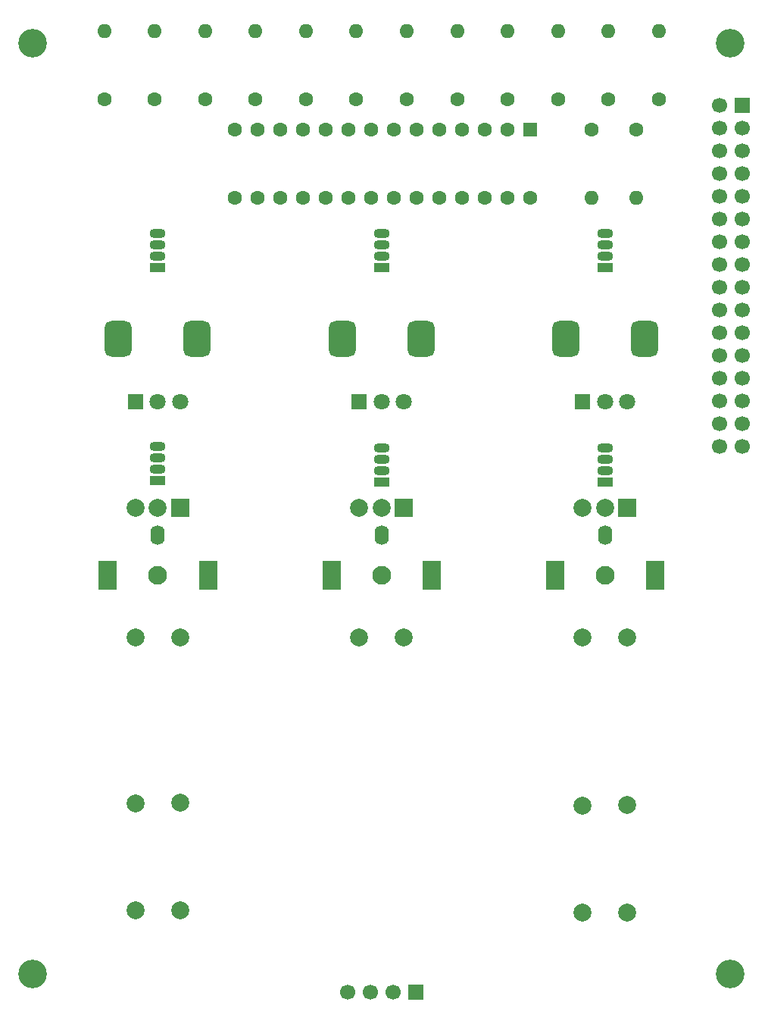
<source format=gbr>
%TF.GenerationSoftware,KiCad,Pcbnew,9.0.2*%
%TF.CreationDate,2025-06-25T22:06:56+02:00*%
%TF.ProjectId,devkit,6465766b-6974-42e6-9b69-6361645f7063,rev?*%
%TF.SameCoordinates,Original*%
%TF.FileFunction,Soldermask,Bot*%
%TF.FilePolarity,Negative*%
%FSLAX46Y46*%
G04 Gerber Fmt 4.6, Leading zero omitted, Abs format (unit mm)*
G04 Created by KiCad (PCBNEW 9.0.2) date 2025-06-25 22:06:56*
%MOMM*%
%LPD*%
G01*
G04 APERTURE LIST*
G04 Aperture macros list*
%AMRoundRect*
0 Rectangle with rounded corners*
0 $1 Rounding radius*
0 $2 $3 $4 $5 $6 $7 $8 $9 X,Y pos of 4 corners*
0 Add a 4 corners polygon primitive as box body*
4,1,4,$2,$3,$4,$5,$6,$7,$8,$9,$2,$3,0*
0 Add four circle primitives for the rounded corners*
1,1,$1+$1,$2,$3*
1,1,$1+$1,$4,$5*
1,1,$1+$1,$6,$7*
1,1,$1+$1,$8,$9*
0 Add four rect primitives between the rounded corners*
20,1,$1+$1,$2,$3,$4,$5,0*
20,1,$1+$1,$4,$5,$6,$7,0*
20,1,$1+$1,$6,$7,$8,$9,0*
20,1,$1+$1,$8,$9,$2,$3,0*%
G04 Aperture macros list end*
%ADD10C,1.600000*%
%ADD11RoundRect,0.250000X-0.550000X0.550000X-0.550000X-0.550000X0.550000X-0.550000X0.550000X0.550000X0*%
%ADD12C,2.000000*%
%ADD13O,1.600000X1.600000*%
%ADD14R,1.800000X1.800000*%
%ADD15C,1.800000*%
%ADD16RoundRect,0.750000X0.750000X-1.250000X0.750000X1.250000X-0.750000X1.250000X-0.750000X-1.250000X0*%
%ADD17C,3.200000*%
%ADD18R,1.700000X1.700000*%
%ADD19C,1.700000*%
%ADD20R,1.800000X1.070000*%
%ADD21O,1.800000X1.070000*%
%ADD22O,1.600000X2.200000*%
%ADD23C,2.100000*%
%ADD24R,2.000000X2.000000*%
%ADD25R,2.000000X3.200000*%
G04 APERTURE END LIST*
D10*
%TO.C,U1*%
X199620000Y-41315000D03*
X197080000Y-41315000D03*
X194540000Y-41315000D03*
X192000000Y-41315000D03*
X189460000Y-41315000D03*
X186920000Y-41315000D03*
X184380000Y-41315000D03*
X181840000Y-41315000D03*
X179300000Y-41315000D03*
X176760000Y-41315000D03*
X174220000Y-41315000D03*
X171680000Y-41315000D03*
X169140000Y-41315000D03*
X166600000Y-41315000D03*
X166600000Y-33695000D03*
X169140000Y-33695000D03*
X171680000Y-33695000D03*
X174220000Y-33695000D03*
X176760000Y-33695000D03*
X179300000Y-33695000D03*
X181840000Y-33695000D03*
X184380000Y-33695000D03*
X186920000Y-33695000D03*
X189460000Y-33695000D03*
X192000000Y-33695000D03*
X194540000Y-33695000D03*
X197080000Y-33695000D03*
D11*
X199620000Y-33695000D03*
%TD*%
D12*
%TO.C,SW5*%
X155500000Y-120900000D03*
X160500000Y-120850000D03*
%TD*%
D10*
%TO.C,R3*%
X163272700Y-30315000D03*
D13*
X163272700Y-22695000D03*
%TD*%
D10*
%TO.C,R11*%
X208363600Y-30315000D03*
D13*
X208363600Y-22695000D03*
%TD*%
D12*
%TO.C,SW7*%
X210500000Y-121100000D03*
X205500000Y-121150000D03*
%TD*%
D14*
%TO.C,RV2*%
X180500000Y-64050000D03*
D15*
X183000000Y-64050000D03*
X185500000Y-64050000D03*
D16*
X178600000Y-57050000D03*
X187400000Y-57050000D03*
%TD*%
D10*
%TO.C,R7*%
X185818200Y-30315000D03*
D13*
X185818200Y-22695000D03*
%TD*%
D10*
%TO.C,R13*%
X211500000Y-33690000D03*
D13*
X211500000Y-41310000D03*
%TD*%
D10*
%TO.C,R1*%
X152000000Y-30315000D03*
D13*
X152000000Y-22695000D03*
%TD*%
D10*
%TO.C,R10*%
X202727300Y-30315000D03*
D13*
X202727300Y-22695000D03*
%TD*%
D17*
%TO.C,H3*%
X144000000Y-128000000D03*
%TD*%
D12*
%TO.C,SW4*%
X155500000Y-108900000D03*
X160500000Y-108850000D03*
%TD*%
D18*
%TO.C,J3*%
X223290000Y-30950000D03*
D19*
X220750000Y-30950000D03*
X223290000Y-33490000D03*
X220750000Y-33490000D03*
X223290000Y-36030000D03*
X220750000Y-36030000D03*
X223290000Y-38570000D03*
X220750000Y-38570000D03*
X223290000Y-41110000D03*
X220750000Y-41110000D03*
X223290000Y-43650000D03*
X220750000Y-43650000D03*
X223290000Y-46190000D03*
X220750000Y-46190000D03*
X223290000Y-48730000D03*
X220750000Y-48730000D03*
X223290000Y-51270000D03*
X220750000Y-51270000D03*
X223290000Y-53810000D03*
X220750000Y-53810000D03*
X223290000Y-56350000D03*
X220750000Y-56350000D03*
X223290000Y-58890000D03*
X220750000Y-58890000D03*
X223290000Y-61430000D03*
X220750000Y-61430000D03*
X223290000Y-63970000D03*
X220750000Y-63970000D03*
X223290000Y-66510000D03*
X220750000Y-66510000D03*
X223290000Y-69050000D03*
X220750000Y-69050000D03*
%TD*%
D20*
%TO.C,D1*%
X158000000Y-49050000D03*
D21*
X158000000Y-47780000D03*
X158000000Y-46510000D03*
X158000000Y-45240000D03*
%TD*%
D14*
%TO.C,RV3*%
X205500000Y-64050000D03*
D15*
X208000000Y-64050000D03*
X210500000Y-64050000D03*
D16*
X203600000Y-57050000D03*
X212400000Y-57050000D03*
%TD*%
D10*
%TO.C,R9*%
X197090900Y-30315000D03*
D13*
X197090900Y-22695000D03*
%TD*%
D10*
%TO.C,R8*%
X191454500Y-30315000D03*
D13*
X191454500Y-22695000D03*
%TD*%
D10*
%TO.C,R12*%
X214000000Y-30315000D03*
D13*
X214000000Y-22695000D03*
%TD*%
D20*
%TO.C,D5*%
X183000000Y-73050000D03*
D21*
X183000000Y-71780000D03*
X183000000Y-70510000D03*
X183000000Y-69240000D03*
%TD*%
D20*
%TO.C,D2*%
X183000000Y-49050000D03*
D21*
X183000000Y-47780000D03*
X183000000Y-46510000D03*
X183000000Y-45240000D03*
%TD*%
D10*
%TO.C,R6*%
X180181800Y-30315000D03*
D13*
X180181800Y-22695000D03*
%TD*%
D12*
%TO.C,SW6*%
X210500000Y-109100000D03*
X205500000Y-109150000D03*
%TD*%
D22*
%TO.C,SW3*%
X208000000Y-78925000D03*
D23*
X208000000Y-83425000D03*
D24*
X210500000Y-75925000D03*
D12*
X205500000Y-75925000D03*
X208000000Y-75925000D03*
D25*
X213600000Y-83425000D03*
X202400000Y-83425000D03*
D12*
X205500000Y-90425000D03*
X210500000Y-90425000D03*
%TD*%
D10*
%TO.C,R14*%
X206500000Y-33690000D03*
D13*
X206500000Y-41310000D03*
%TD*%
D20*
%TO.C,D6*%
X208000000Y-73050000D03*
D21*
X208000000Y-71780000D03*
X208000000Y-70510000D03*
X208000000Y-69240000D03*
%TD*%
D20*
%TO.C,D4*%
X158000000Y-72860000D03*
D21*
X158000000Y-71590000D03*
X158000000Y-70320000D03*
X158000000Y-69050000D03*
%TD*%
D10*
%TO.C,R4*%
X168909100Y-30315000D03*
D13*
X168909100Y-22695000D03*
%TD*%
D22*
%TO.C,SW2*%
X183000000Y-78925000D03*
D23*
X183000000Y-83425000D03*
D24*
X185500000Y-75925000D03*
D12*
X180500000Y-75925000D03*
X183000000Y-75925000D03*
D25*
X188600000Y-83425000D03*
X177400000Y-83425000D03*
D12*
X180500000Y-90425000D03*
X185500000Y-90425000D03*
%TD*%
D18*
%TO.C,VID1*%
X186810000Y-130000000D03*
D19*
X184270000Y-130000000D03*
X181730000Y-130000000D03*
X179190000Y-130000000D03*
%TD*%
D14*
%TO.C,RV1*%
X155500000Y-64050000D03*
D15*
X158000000Y-64050000D03*
X160500000Y-64050000D03*
D16*
X153600000Y-57050000D03*
X162400000Y-57050000D03*
%TD*%
D17*
%TO.C,H2*%
X222000000Y-24000000D03*
%TD*%
%TO.C,H4*%
X222000000Y-128000000D03*
%TD*%
D20*
%TO.C,D3*%
X208000000Y-49050000D03*
D21*
X208000000Y-47780000D03*
X208000000Y-46510000D03*
X208000000Y-45240000D03*
%TD*%
D10*
%TO.C,R2*%
X157636400Y-30315000D03*
D13*
X157636400Y-22695000D03*
%TD*%
D17*
%TO.C,H1*%
X144000000Y-24000000D03*
%TD*%
D10*
%TO.C,R5*%
X174545500Y-30315000D03*
D13*
X174545500Y-22695000D03*
%TD*%
D22*
%TO.C,SW1*%
X158000000Y-78925000D03*
D23*
X158000000Y-83425000D03*
D24*
X160500000Y-75925000D03*
D12*
X155500000Y-75925000D03*
X158000000Y-75925000D03*
D25*
X163600000Y-83425000D03*
X152400000Y-83425000D03*
D12*
X155500000Y-90425000D03*
X160500000Y-90425000D03*
%TD*%
M02*

</source>
